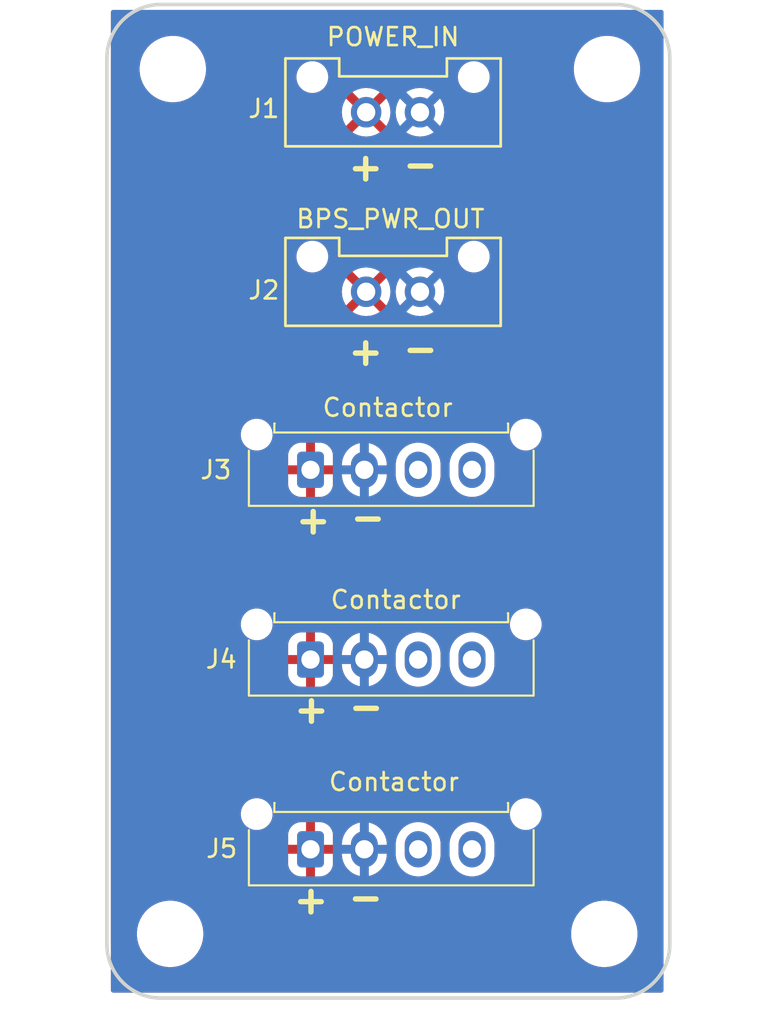
<source format=kicad_pcb>
(kicad_pcb (version 20240108) (generator "pcbnew") (generator_version "8.0")
  (layers (0 "F.Cu" signal) (31 "B.Cu" signal) (34 "B.Paste" user) (35 "F.Paste" user) (36 "B.SilkS" user "B.Silkscreen") (37 "F.SilkS" user "F.Silkscreen") (38 "B.Mask" user) (39 "F.Mask" user) (44 "Edge.Cuts" user))
  (net 0 "")
  (net 1 "GND")
  (net 2 "+12V")
  (footprint "Connector_Molex:Molex_Micro-Fit_3.0_43650-0415_1x04_P3.00mm_Vertical" (layer "F.Cu") (at 138.65 108.760311)
    (property "Reference" "J4" (at -4.975 -0.015 0) (layer "F.SilkS"))
    (property "Value" "Contactor" (at 4.75 -3.335311 0) (layer "F.SilkS"))
    (fp_line (start -3.435 -1.065) (end -3.435 2.01) (stroke (width 0.12)) (layer "F.SilkS"))
    (fp_line (start -3.435 2.01) (end 12.435 2.01) (stroke (width 0.12)) (layer "F.SilkS"))
    (fp_line (start -2.015 -2.58) (end -2.015 -2.08) (stroke (width 0.12)) (layer "F.SilkS"))
    (fp_line (start -2.015 -2.08) (end 11.015 -2.08) (stroke (width 0.12)) (layer "F.SilkS"))
    (fp_line (start -1.995 -2.58) (end -2.015 -2.58) (stroke (width 0.12)) (layer "F.SilkS"))
    (fp_line (start 11.015 -2.58) (end 10.995 -2.58) (stroke (width 0.12)) (layer "F.SilkS"))
    (fp_line (start 11.015 -2.08) (end 11.015 -2.58) (stroke (width 0.12)) (layer "F.SilkS"))
    (fp_line (start 12.435 2.01) (end 12.435 -1.065) (stroke (width 0.12)) (layer "F.SilkS"))
    (pad "" np_thru_hole circle (at -3 -1.96) (size 1.27 1.27) (drill 1.27) (layers "*.Cu" "*.Mask"))
    (pad "" np_thru_hole circle (at 12 -1.96) (size 1.27 1.27) (drill 1.27) (layers "*.Cu" "*.Mask"))
    (pad "1" thru_hole roundrect (at 0 0) (size 1.5 2.02) (drill 1.02) (layers "*.Cu" "*.Mask") (roundrect_rratio 0.166667) (net 2 "+12V"))
    (pad "2" thru_hole oval (at 3 0) (size 1.5 2.02) (drill 1.02) (layers "*.Cu" "*.Mask") (net 1 "GND"))
    (pad "3" thru_hole oval (at 6 0) (size 1.5 2.02) (drill 1.02) (layers "*.Cu" "*.Mask"))
    (pad "4" thru_hole oval (at 9 0) (size 1.5 2.02) (drill 1.02) (layers "*.Cu" "*.Mask"))
  )
  (footprint "Connector_Molex:Molex_Micro-Fit_3.0_43650-0415_1x04_P3.00mm_Vertical" (layer "F.Cu") (at 138.65 119.335)
    (property "Reference" "J5" (at -4.95 -0.035 0) (layer "F.SilkS"))
    (property "Value" "Contactor" (at 4.65 -3.76 0) (layer "F.SilkS"))
    (fp_line (start -3.435 -1.065) (end -3.435 2.01) (stroke (width 0.12)) (layer "F.SilkS"))
    (fp_line (start -3.435 2.01) (end 12.435 2.01) (stroke (width 0.12)) (layer "F.SilkS"))
    (fp_line (start -2.015 -2.58) (end -2.015 -2.08) (stroke (width 0.12)) (layer "F.SilkS"))
    (fp_line (start -2.015 -2.08) (end 11.015 -2.08) (stroke (width 0.12)) (layer "F.SilkS"))
    (fp_line (start -1.995 -2.58) (end -2.015 -2.58) (stroke (width 0.12)) (layer "F.SilkS"))
    (fp_line (start 11.015 -2.58) (end 10.995 -2.58) (stroke (width 0.12)) (layer "F.SilkS"))
    (fp_line (start 11.015 -2.08) (end 11.015 -2.58) (stroke (width 0.12)) (layer "F.SilkS"))
    (fp_line (start 12.435 2.01) (end 12.435 -1.065) (stroke (width 0.12)) (layer "F.SilkS"))
    (pad "" np_thru_hole circle (at -3 -1.96) (size 1.27 1.27) (drill 1.27) (layers "*.Cu" "*.Mask"))
    (pad "" np_thru_hole circle (at 12 -1.96) (size 1.27 1.27) (drill 1.27) (layers "*.Cu" "*.Mask"))
    (pad "1" thru_hole roundrect (at 0 0) (size 1.5 2.02) (drill 1.02) (layers "*.Cu" "*.Mask") (roundrect_rratio 0.166667) (net 2 "+12V"))
    (pad "2" thru_hole oval (at 3 0) (size 1.5 2.02) (drill 1.02) (layers "*.Cu" "*.Mask") (net 1 "GND"))
    (pad "3" thru_hole oval (at 6 0) (size 1.5 2.02) (drill 1.02) (layers "*.Cu" "*.Mask"))
    (pad "4" thru_hole oval (at 9 0) (size 1.5 2.02) (drill 1.02) (layers "*.Cu" "*.Mask"))
  )
  (footprint "MountingHole:MountingHole_3.2mm_M3" (layer "F.Cu") (at 130.975 75.85)
    (property "Reference" "REF**" (hide yes))
    (property "Value" "MountingHole_3.2mm_M3")
    (pad "" np_thru_hole circle (at 0 0) (size 3.2 3.2) (drill 3.2) (layers "*.Cu" "*.Mask"))
  )
  (footprint "UTSVT_Connectors:Molex_MicroFit3.0_1x2xP3.00mm_PolarizingPeg_Vertical" (layer "F.Cu") (at 141.75 78.25625)
    (property "Reference" "J1" (at -5.7 -0.2 0) (layer "F.SilkS"))
    (property "Value" "POWER_IN" (at 1.5 -4.2 0) (layer "F.SilkS"))
    (fp_line (start -4.5 -3) (end -1.5 -3) (stroke (width 0.15)) (layer "F.SilkS"))
    (fp_line (start -4.5 1.9) (end -4.5 -3) (stroke (width 0.15)) (layer "F.SilkS"))
    (fp_line (start -1.5 -3) (end -1.5 -2) (stroke (width 0.15)) (layer "F.SilkS"))
    (fp_line (start -1.5 -2) (end 4.5 -2) (stroke (width 0.15)) (layer "F.SilkS"))
    (fp_line (start 4.5 -3) (end 7.5 -3) (stroke (width 0.15)) (layer "F.SilkS"))
    (fp_line (start 4.5 -2) (end 4.5 -3) (stroke (width 0.15)) (layer "F.SilkS"))
    (fp_line (start 7.5 -3) (end 7.5 1.9) (stroke (width 0.15)) (layer "F.SilkS"))
    (fp_line (start 7.5 1.9) (end -4.5 1.9) (stroke (width 0.15)) (layer "F.SilkS"))
    (pad "" np_thru_hole circle (at -3 -1.96) (size 1.27 1.27) (drill 1.27) (layers "*.Cu" "*.Mask"))
    (pad "" np_thru_hole circle (at 6 -1.96) (size 1.27 1.27) (drill 1.27) (layers "*.Cu" "*.Mask"))
    (pad "1" thru_hole circle (at 0 0) (size 1.7 1.7) (drill 1.02) (layers "*.Cu" "*.Mask") (net 2 "+12V"))
    (pad "2" thru_hole circle (at 3 0) (size 1.7 1.7) (drill 1.02) (layers "*.Cu" "*.Mask") (net 1 "GND"))
  )
  (footprint "Connector_Molex:Molex_Micro-Fit_3.0_43650-0415_1x04_P3.00mm_Vertical" (layer "F.Cu") (at 138.65 98.185624)
    (property "Reference" "J3" (at -5.275 0.005 0) (layer "F.SilkS"))
    (property "Value" "Contactor" (at 4.3 -3.47 0) (layer "F.SilkS"))
    (fp_line (start -3.435 -1.065) (end -3.435 2.01) (stroke (width 0.12)) (layer "F.SilkS"))
    (fp_line (start -3.435 2.01) (end 12.435 2.01) (stroke (width 0.12)) (layer "F.SilkS"))
    (fp_line (start -2.015 -2.58) (end -2.015 -2.08) (stroke (width 0.12)) (layer "F.SilkS"))
    (fp_line (start -2.015 -2.08) (end 11.015 -2.08) (stroke (width 0.12)) (layer "F.SilkS"))
    (fp_line (start -1.995 -2.58) (end -2.015 -2.58) (stroke (width 0.12)) (layer "F.SilkS"))
    (fp_line (start 11.015 -2.58) (end 10.995 -2.58) (stroke (width 0.12)) (layer "F.SilkS"))
    (fp_line (start 11.015 -2.08) (end 11.015 -2.58) (stroke (width 0.12)) (layer "F.SilkS"))
    (fp_line (start 12.435 2.01) (end 12.435 -1.065) (stroke (width 0.12)) (layer "F.SilkS"))
    (pad "" np_thru_hole circle (at -3 -1.96) (size 1.27 1.27) (drill 1.27) (layers "*.Cu" "*.Mask"))
    (pad "" np_thru_hole circle (at 12 -1.96) (size 1.27 1.27) (drill 1.27) (layers "*.Cu" "*.Mask"))
    (pad "1" thru_hole roundrect (at 0 0) (size 1.5 2.02) (drill 1.02) (layers "*.Cu" "*.Mask") (roundrect_rratio 0.166667) (net 2 "+12V"))
    (pad "2" thru_hole oval (at 3 0) (size 1.5 2.02) (drill 1.02) (layers "*.Cu" "*.Mask") (net 1 "GND"))
    (pad "3" thru_hole oval (at 6 0) (size 1.5 2.02) (drill 1.02) (layers "*.Cu" "*.Mask"))
    (pad "4" thru_hole oval (at 9 0) (size 1.5 2.02) (drill 1.02) (layers "*.Cu" "*.Mask"))
  )
  (footprint "MountingHole:MountingHole_3.2mm_M3" (layer "F.Cu") (at 155.175 75.85)
    (property "Reference" "REF**" (hide yes))
    (property "Value" "MountingHole_3.2mm_M3")
    (pad "" np_thru_hole circle (at 0 0) (size 3.2 3.2) (drill 3.2) (layers "F&B.Cu" "*.Mask"))
  )
  (footprint "UTSVT_Connectors:Molex_MicroFit3.0_1x2xP3.00mm_PolarizingPeg_Vertical" (layer "F.Cu") (at 141.75 88.260937)
    (property "Reference" "J2" (at -5.7 -0.085 0) (layer "F.SilkS"))
    (property "Value" "BPS_PWR_OUT" (at 1.35 -4.06 0) (layer "F.SilkS"))
    (fp_line (start -4.5 -3) (end -1.5 -3) (stroke (width 0.15)) (layer "F.SilkS"))
    (fp_line (start -4.5 1.9) (end -4.5 -3) (stroke (width 0.15)) (layer "F.SilkS"))
    (fp_line (start -1.5 -3) (end -1.5 -2) (stroke (width 0.15)) (layer "F.SilkS"))
    (fp_line (start -1.5 -2) (end 4.5 -2) (stroke (width 0.15)) (layer "F.SilkS"))
    (fp_line (start 4.5 -3) (end 7.5 -3) (stroke (width 0.15)) (layer "F.SilkS"))
    (fp_line (start 4.5 -2) (end 4.5 -3) (stroke (width 0.15)) (layer "F.SilkS"))
    (fp_line (start 7.5 -3) (end 7.5 1.9) (stroke (width 0.15)) (layer "F.SilkS"))
    (fp_line (start 7.5 1.9) (end -4.5 1.9) (stroke (width 0.15)) (layer "F.SilkS"))
    (pad "" np_thru_hole circle (at -3 -1.96) (size 1.27 1.27) (drill 1.27) (layers "*.Cu" "*.Mask"))
    (pad "" np_thru_hole circle (at 6 -1.96) (size 1.27 1.27) (drill 1.27) (layers "*.Cu" "*.Mask"))
    (pad "1" thru_hole circle (at 0 0) (size 1.7 1.7) (drill 1.02) (layers "*.Cu" "*.Mask") (net 2 "+12V"))
    (pad "2" thru_hole circle (at 3 0) (size 1.7 1.7) (drill 1.02) (layers "*.Cu" "*.Mask") (net 1 "GND"))
  )
  (footprint "MountingHole:MountingHole_3.2mm_M3" (layer "F.Cu") (at 130.825 124.05)
    (property "Reference" "REF**" (hide yes))
    (property "Value" "MountingHole_3.2mm_M3")
    (pad "" np_thru_hole circle (at 0 0) (size 3.2 3.2) (drill 3.2) (layers "F&B.Cu" "*.Mask"))
  )
  (footprint "MountingHole:MountingHole_3.2mm_M3" (layer "F.Cu") (at 155.025 124.05)
    (property "Reference" "REF**" (hide yes))
    (property "Value" "MountingHole_3.2mm_M3")
    (pad "" np_thru_hole circle (at 0 0) (size 3.2 3.2) (drill 3.2) (layers "F&B.Cu" "*.Mask"))
  )
  (gr_line (start 127.3 124.625) (end 127.3 75.25) (stroke (width 0.2)) (layer "Edge.Cuts"))
  (gr_arc (start 130.3 127.625) (mid 128.17868 126.74632) (end 127.3 124.625) (stroke (width 0.2)) (layer "Edge.Cuts"))
  (gr_arc (start 158.675 124.625) (mid 157.79632 126.74632) (end 155.675 127.625) (stroke (width 0.2)) (layer "Edge.Cuts"))
  (gr_arc (start 155.675 72.25) (mid 157.79632 73.12868) (end 158.675 75.25) (stroke (width 0.2)) (layer "Edge.Cuts"))
  (gr_line (start 158.675 75.25) (end 158.675 124.625) (stroke (width 0.2)) (layer "Edge.Cuts"))
  (gr_line (start 130.3 72.25) (end 155.675 72.25) (stroke (width 0.2)) (layer "Edge.Cuts"))
  (gr_arc (start 127.3 75.25) (mid 128.17868 73.12868) (end 130.3 72.25) (stroke (width 0.2)) (layer "Edge.Cuts"))
  (gr_line (start 155.675 127.625) (end 130.3 127.625) (stroke (width 0.2)) (layer "Edge.Cuts"))
  (gr_text "+" (at 140.6 82.175 0) (layer "F.SilkS") (effects (font (size 1.5 1.5) (thickness 0.3) (bold yes)) (justify left bottom)))
  (gr_text "+" (at 140.6 92.45 0) (layer "F.SilkS") (effects (font (size 1.5 1.5) (thickness 0.3) (bold yes)) (justify left bottom)))
  (gr_text "+" (at 137.575 112.4 0) (layer "F.SilkS") (effects (font (size 1.5 1.5) (thickness 0.3) (bold yes)) (justify left bottom)))
  (gr_text "-" (at 140.625 112.25 0) (layer "F.SilkS") (effects (font (size 1.5 1.5) (thickness 0.3) (bold yes)) (justify left bottom)))
  (gr_text "-" (at 143.65 82.025 0) (layer "F.SilkS") (effects (font (size 1.5 1.5) (thickness 0.3) (bold yes)) (justify left bottom)))
  (gr_text "-" (at 140.6 122.875 0) (layer "F.SilkS") (effects (font (size 1.5 1.5) (thickness 0.3) (bold yes)) (justify left bottom)))
  (gr_text "-" (at 143.65 92.3 0) (layer "F.SilkS") (effects (font (size 1.5 1.5) (thickness 0.3) (bold yes)) (justify left bottom)))
  (gr_text "+" (at 137.55 123.025 0) (layer "F.SilkS") (effects (font (size 1.5 1.5) (thickness 0.3) (bold yes)) (justify left bottom)))
  (gr_text "-" (at 140.725 101.7 0) (layer "F.SilkS") (effects (font (size 1.5 1.5) (thickness 0.3) (bold yes)) (justify left bottom)))
  (gr_text "+" (at 137.675 101.85 0) (layer "F.SilkS") (effects (font (size 1.5 1.5) (thickness 0.3) (bold yes)) (justify left bottom)))
  (zone (net 2) (net_name "+12V") (layer "F.Cu") (connect_pads (clearance 0.5)) (min_thickness 0.25) (fill yes (thermal_gap 0.5) (thermal_bridge_width 0.5))
    (polygon (pts (xy 126.875 72.05) (xy 126.925 127.85) (xy 159.1 127.975) (xy 158.875 72.3)))
  )
  (zone (net 1) (net_name "GND") (layer "B.Cu") (connect_pads (clearance 0.5)) (min_thickness 0.25) (fill yes (thermal_gap 0.5) (thermal_bridge_width 0.5))
    (polygon (pts (xy 126.725 72) (xy 126.85 127.7) (xy 159.1 128.025) (xy 158.825 72.3)))
  )
)
</source>
